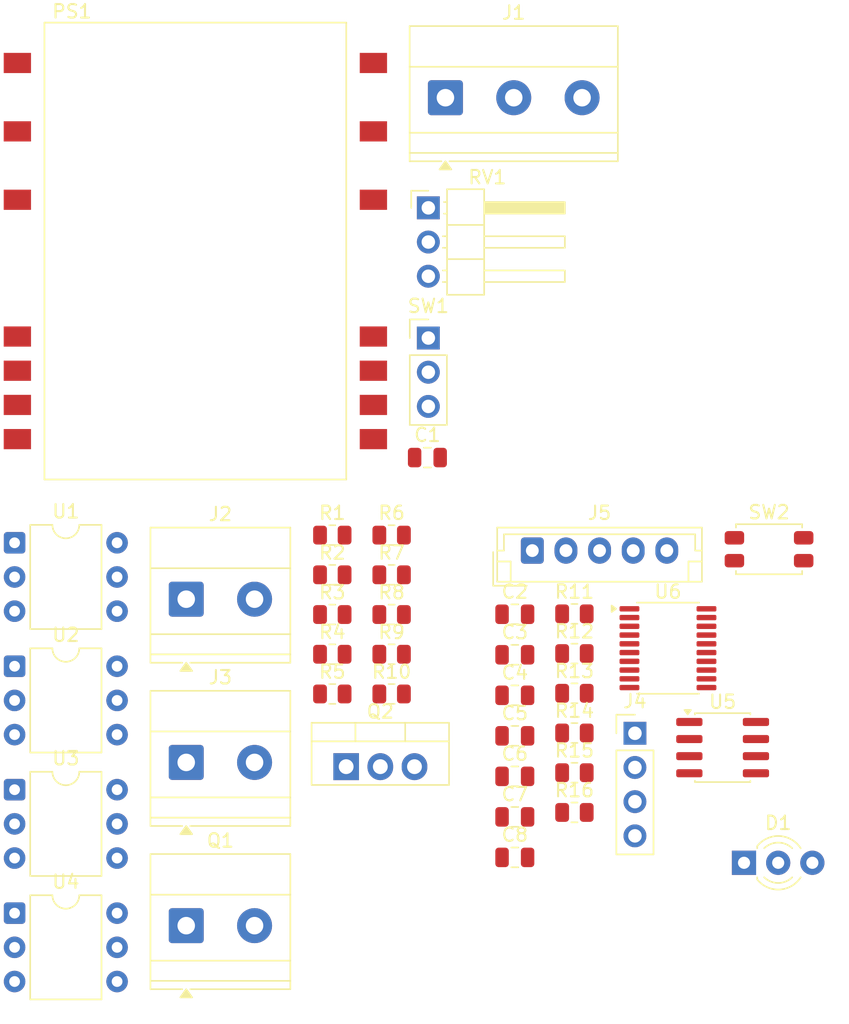
<source format=kicad_pcb>
(kicad_pcb (version 20241229) (generator "pcbnew") (generator_version "9.0")
  (layers (0 "F.Cu" signal) (2 "B.Cu" signal) (13 "F.Paste" user) (15 "B.Paste" user) (5 "F.SilkS" user "F.Silkscreen") (7 "B.SilkS" user "B.Silkscreen") (1 "F.Mask" user) (3 "B.Mask" user) (25 "Edge.Cuts" user))
  (net 0 "")
  (net 1 "VDD")
  (net 2 "GND")
  (net 3 "Net-(J4-Pin_4)")
  (net 4 "Net-(J4-Pin_1)")
  (net 5 "/mcu/FAN_SETTING")
  (net 6 "/mcu/NRST")
  (net 7 "Net-(D1-A2)")
  (net 8 "Net-(D1-A1)")
  (net 9 "NEUT")
  (net 10 "LINE")
  (net 11 "Net-(J2-Pin_2)")
  (net 12 "Net-(J3-Pin_2)")
  (net 13 "Net-(J4-Pin_3)")
  (net 14 "Net-(J4-Pin_2)")
  (net 15 "Net-(J5-Pin_2)")
  (net 16 "Net-(J5-Pin_3)")
  (net 17 "NEUTRAL")
  (net 18 "Net-(Q2-G)")
  (net 19 "/mcu/TRIAC_1_CTRL")
  (net 20 "Net-(U1-A)")
  (net 21 "Net-(U2-A)")
  (net 22 "/mcu/TRIAC_2_CTRL")
  (net 23 "Net-(U1-MT2)")
  (net 24 "Net-(Q1-G)")
  (net 25 "Net-(U2-MT2)")
  (net 26 "Net-(U3-AC1)")
  (net 27 "Net-(U3-AC2)")
  (net 28 "Net-(U4-AC1)")
  (net 29 "Net-(U4-AC2)")
  (net 30 "/mcu/ZC_1_DETECT")
  (net 31 "/mcu/ZC_2_DETECT")
  (net 32 "Net-(U6-PA4)")
  (net 33 "Net-(U6-PA5)")
  (net 34 "/ON")
  (net 35 "Net-(U6-PB9-BOOT0)")
  (net 36 "/OFF")
  (net 37 "/AUTO")
  (net 38 "+3.3V")
  (net 39 "/mcu/UART_RX")
  (net 40 "/mcu/UART_TX")
  (footprint "Resistor_SMD:R_0805_2012Metric" (layer "F.Cu") (at 70.95 71.11)
    (property "Reference" "R13" (at 0 -1.65 0) (layer "F.SilkS"))
    (property "Value" "10k")
    (fp_line (start -0.227064 -0.735) (end 0.227064 -0.735) (stroke (width 0.12)) (layer "F.SilkS"))
    (fp_line (start -0.227064 0.735) (end 0.227064 0.735) (stroke (width 0.12)) (layer "F.SilkS"))
    (pad "1" smd roundrect (at -0.9125 0) (size 1.025 1.4) (layers "F.Cu" "F.Mask" "F.Paste") (roundrect_rratio 0.243902) (net 34 "/ON"))
    (pad "2" smd roundrect (at 0.9125 0) (size 1.025 1.4) (layers "F.Cu" "F.Mask" "F.Paste") (roundrect_rratio 0.243902) (net 2 "GND"))
  )
  (footprint "TerminalBlock_Phoenix:TerminalBlock_Phoenix_MKDS-1,5-3-5.08_1x03_P5.08mm_Horizontal" (layer "F.Cu") (at 61.36 26.87)
    (property "Reference" "J1" (at 5.08 -6.32 0) (layer "F.SilkS"))
    (property "Value" "Conn_01x03_Pin")
    (fp_line (start -2.66 -5.32) (end 12.82 -5.32) (stroke (width 0.12)) (layer "F.SilkS"))
    (fp_line (start -2.66 -2.3) (end 12.82 -2.3) (stroke (width 0.12)) (layer "F.SilkS"))
    (fp_line (start -2.66 2.6) (end 12.82 2.6) (stroke (width 0.12)) (layer "F.SilkS"))
    (fp_line (start -2.66 4.1) (end 12.82 4.1) (stroke (width 0.12)) (layer "F.SilkS"))
    (fp_line (start -2.66 4.72) (end -2.66 -5.32) (stroke (width 0.12)) (layer "F.SilkS"))
    (fp_line (start -0.3 4.72) (end -2.66 4.72) (stroke (width 0.12)) (layer "F.SilkS"))
    (fp_line (start 12.82 -5.32) (end 12.82 4.72) (stroke (width 0.12)) (layer "F.SilkS"))
    (fp_line (start 12.82 4.72) (end 0.3 4.72) (stroke (width 0.12)) (layer "F.SilkS"))
    (fp_poly (pts (xy 0 4.72) (xy 0.44 5.33) (xy -0.44 5.33)) (stroke (width 0.12)) (fill yes) (layer "F.SilkS"))
    (pad "1" thru_hole roundrect (at 0 0) (size 2.6 2.6) (drill 1.3) (layers "*.Cu" "*.Mask") (roundrect_rratio 0.096154) (net 10 "LINE"))
    (pad "2" thru_hole circle (at 5.08 0) (size 2.6 2.6) (drill 1.3) (layers "*.Cu" "*.Mask") (net 9 "NEUT"))
    (pad "3" thru_hole circle (at 10.16 0) (size 2.6 2.6) (drill 1.3) (layers "*.Cu" "*.Mask") (net 2 "GND"))
  )
  (footprint "Resistor_SMD:R_0805_2012Metric" (layer "F.Cu") (at 70.95 65.21)
    (property "Reference" "R11" (at 0 -1.65 0) (layer "F.SilkS"))
    (property "Value" "150")
    (fp_line (start -0.227064 -0.735) (end 0.227064 -0.735) (stroke (width 0.12)) (layer "F.SilkS"))
    (fp_line (start -0.227064 0.735) (end 0.227064 0.735) (stroke (width 0.12)) (layer "F.SilkS"))
    (pad "1" smd roundrect (at -0.9125 0) (size 1.025 1.4) (layers "F.Cu" "F.Mask" "F.Paste") (roundrect_rratio 0.243902) (net 8 "Net-(D1-A1)"))
    (pad "2" smd roundrect (at 0.9125 0) (size 1.025 1.4) (layers "F.Cu" "F.Mask" "F.Paste") (roundrect_rratio 0.243902) (net 32 "Net-(U6-PA4)"))
  )
  (footprint "Package_SO:SOIC-8_3.9x4.9mm_P1.27mm" (layer "F.Cu") (at 81.97 75.145)
    (property "Reference" "U5" (at 0 -3.4 0) (layer "F.SilkS"))
    (property "Value" "ADuM1201AR")
    (fp_line (start -2.06 -2.56) (end 2.06 -2.56) (stroke (width 0.12)) (layer "F.SilkS"))
    (fp_line (start -2.06 -2.465) (end -2.06 -2.56) (stroke (width 0.12)) (layer "F.SilkS"))
    (fp_line (start -2.06 2.56) (end -2.06 2.465) (stroke (width 0.12)) (layer "F.SilkS"))
    (fp_line (start 2.06 -2.56) (end 2.06 -2.465) (stroke (width 0.12)) (layer "F.SilkS"))
    (fp_line (start 2.06 2.465) (end 2.06 2.56) (stroke (width 0.12)) (layer "F.SilkS"))
    (fp_line (start 2.06 2.56) (end -2.06 2.56) (stroke (width 0.12)) (layer "F.SilkS"))
    (fp_poly (pts (xy -2.6 -2.47) (xy -2.84 -2.8) (xy -2.36 -2.8)) (stroke (width 0.12)) (fill yes) (layer "F.SilkS"))
    (pad "1" smd roundrect (at -2.475 -1.905) (size 1.95 0.6) (layers "F.Cu" "F.Mask" "F.Paste") (net 4 "Net-(J4-Pin_1)"))
    (pad "2" smd roundrect (at -2.475 -0.635) (size 1.95 0.6) (layers "F.Cu" "F.Mask" "F.Paste") (net 14 "Net-(J4-Pin_2)"))
    (pad "3" smd roundrect (at -2.475 0.635) (size 1.95 0.6) (layers "F.Cu" "F.Mask" "F.Paste") (net 13 "Net-(J4-Pin_3)"))
    (pad "4" smd roundrect (at -2.475 1.905) (size 1.95 0.6) (layers "F.Cu" "F.Mask" "F.Paste") (net 3 "Net-(J4-Pin_4)"))
    (pad "5" smd roundrect (at 2.475 1.905) (size 1.95 0.6) (layers "F.Cu" "F.Mask" "F.Paste") (net 2 "GND"))
    (pad "6" smd roundrect (at 2.475 0.635) (size 1.95 0.6) (layers "F.Cu" "F.Mask" "F.Paste") (net 39 "/mcu/UART_RX"))
    (pad "7" smd roundrect (at 2.475 -0.635) (size 1.95 0.6) (layers "F.Cu" "F.Mask" "F.Paste") (net 40 "/mcu/UART_TX"))
    (pad "8" smd roundrect (at 2.475 -1.905) (size 1.95 0.6) (layers "F.Cu" "F.Mask" "F.Paste") (net 1 "VDD"))
  )
  (footprint "Capacitor_SMD:C_0805_2012Metric" (layer "F.Cu") (at 66.52 68.25)
    (property "Reference" "C3" (at 0 -1.68 0) (layer "F.SilkS"))
    (property "Value" "100nF")
    (fp_line (start -0.261252 -0.735) (end 0.261252 -0.735) (stroke (width 0.12)) (layer "F.SilkS"))
    (fp_line (start -0.261252 0.735) (end 0.261252 0.735) (stroke (width 0.12)) (layer "F.SilkS"))
    (pad "1" smd roundrect (at -0.95 0) (size 1 1.45) (layers "F.Cu" "F.Mask" "F.Paste") (net 5 "/mcu/FAN_SETTING"))
    (pad "2" smd roundrect (at 0.95 0) (size 1 1.45) (layers "F.Cu" "F.Mask" "F.Paste") (net 2 "GND"))
  )
  (footprint "Capacitor_SMD:C_0805_2012Metric" (layer "F.Cu") (at 66.52 74.27)
    (property "Reference" "C5" (at 0 -1.68 0) (layer "F.SilkS"))
    (property "Value" "4.7uF")
    (fp_line (start -0.261252 -0.735) (end 0.261252 -0.735) (stroke (width 0.12)) (layer "F.SilkS"))
    (fp_line (start -0.261252 0.735) (end 0.261252 0.735) (stroke (width 0.12)) (layer "F.SilkS"))
    (pad "1" smd roundrect (at -0.95 0) (size 1 1.45) (layers "F.Cu" "F.Mask" "F.Paste") (net 1 "VDD"))
    (pad "2" smd roundrect (at 0.95 0) (size 1 1.45) (layers "F.Cu" "F.Mask" "F.Paste") (net 2 "GND"))
  )
  (footprint "Resistor_SMD:R_0805_2012Metric" (layer "F.Cu") (at 70.95 79.96)
    (property "Reference" "R16" (at 0 -1.65 0) (layer "F.SilkS"))
    (property "Value" "10k")
    (fp_line (start -0.227064 -0.735) (end 0.227064 -0.735) (stroke (width 0.12)) (layer "F.SilkS"))
    (fp_line (start -0.227064 0.735) (end 0.227064 0.735) (stroke (width 0.12)) (layer "F.SilkS"))
    (pad "1" smd roundrect (at -0.9125 0) (size 1.025 1.4) (layers "F.Cu" "F.Mask" "F.Paste") (roundrect_rratio 0.243902) (net 37 "/AUTO"))
    (pad "2" smd roundrect (at 0.9125 0) (size 1.025 1.4) (layers "F.Cu" "F.Mask" "F.Paste") (roundrect_rratio 0.243902) (net 2 "GND"))
  )
  (footprint "Package_DIP:DIP-6_W7.62mm" (layer "F.Cu") (at 29.33 78.27)
    (property "Reference" "U3" (at 3.81 -2.33 0) (layer "F.SilkS"))
    (property "Value" "H11AA1")
    (fp_line (start 1.16 -1.33) (end 1.16 6.41) (stroke (width 0.12)) (layer "F.SilkS"))
    (fp_line (start 1.16 6.41) (end 6.46 6.41) (stroke (width 0.12)) (layer "F.SilkS"))
    (fp_line (start 2.81 -1.33) (end 1.16 -1.33) (stroke (width 0.12)) (layer "F.SilkS"))
    (fp_line (start 6.46 -1.33) (end 4.81 -1.33) (stroke (width 0.12)) (layer "F.SilkS"))
    (fp_line (start 6.46 6.41) (end 6.46 -1.33) (stroke (width 0.12)) (layer "F.SilkS"))
    (fp_arc (start 4.81 -1.33) (mid 3.81 -0.33) (end 2.81 -1.33) (stroke (width 0.12)) (layer "F.SilkS"))
    (pad "1" thru_hole roundrect (at 0 0) (size 1.6 1.6) (drill 0.8) (layers "*.Cu" "*.Mask") (roundrect_rratio 0.15625) (net 26 "Net-(U3-AC1)"))
    (pad "2" thru_hole circle (at 0 2.54) (size 1.6 1.6) (drill 0.8) (layers "*.Cu" "*.Mask") (net 27 "Net-(U3-AC2)"))
    (pad "3" thru_hole circle (at 0 5.08) (size 1.6 1.6) (drill 0.8) (layers "*.Cu" "*.Mask"))
    (pad "4" thru_hole circle (at 7.62 5.08) (size 1.6 1.6) (drill 0.8) (layers "*.Cu" "*.Mask") (net 38 "+3.3V"))
    (pad "5" thru_hole circle (at 7.62 2.54) (size 1.6 1.6) (drill 0.8) (layers "*.Cu" "*.Mask") (net 30 "/mcu/ZC_1_DETECT"))
    (pad "6" thru_hole circle (at 7.62 0) (size 1.6 1.6) (drill 0.8) (layers "*.Cu" "*.Mask"))
  )
  (footprint "Resistor_SMD:R_0805_2012Metric" (layer "F.Cu") (at 52.95 59.36)
    (property "Reference" "R1" (at 0 -1.65 0) (layer "F.SilkS"))
    (property "Value" "180")
    (fp_line (start -0.227064 -0.735) (end 0.227064 -0.735) (stroke (width 0.12)) (layer "F.SilkS"))
    (fp_line (start -0.227064 0.735) (end 0.227064 0.735) (stroke (width 0.12)) (layer "F.SilkS"))
    (pad "1" smd roundrect (at -0.9125 0) (size 1.025 1.4) (layers "F.Cu" "F.Mask" "F.Paste") (roundrect_rratio 0.243902) (net 19 "/mcu/TRIAC_1_CTRL"))
    (pad "2" smd roundrect (at 0.9125 0) (size 1.025 1.4) (layers "F.Cu" "F.Mask" "F.Paste") (roundrect_rratio 0.243902) (net 20 "Net-(U1-A)"))
  )
  (footprint "Button_Switch_SMD:SW_SPST_EVQP2_MiddlePushTravel_H2.5mm" (layer "F.Cu") (at 85.42 60.41)
    (property "Reference" "SW2" (at 0 -2.75 0) (layer "F.SilkS"))
    (property "Value" "STM_RESET")
    (fp_line (start -2.46 -1.86) (end -2.46 -1.61) (stroke (width 0.12)) (layer "F.SilkS"))
    (fp_line (start -2.46 1.61) (end -2.46 1.86) (stroke (width 0.12)) (layer "F.SilkS"))
    (fp_line (start -2.46 1.86) (end 2.46 1.86) (stroke (width 0.12)) (layer "F.SilkS"))
    (fp_line (start 2.46 -1.86) (end -2.46 -1.86) (stroke (width 0.12)) (layer "F.SilkS"))
    (fp_line (start 2.46 -1.86) (end 2.46 -1.61) (stroke (width 0.12)) (layer "F.SilkS"))
    (fp_line (start 2.46 1.61) (end 2.46 1.86) (stroke (width 0.12)) (layer "F.SilkS"))
    (pad "1" smd roundrect (at -2.575 -0.85) (size 1.45 1) (layers "F.Cu" "F.Mask" "F.Paste") (net 6 "/mcu/NRST"))
    (pad "1" smd roundrect (at 2.575 -0.85) (size 1.45 1) (layers "F.Cu" "F.Mask" "F.Paste") (net 6 "/mcu/NRST"))
    (pad "2" smd roundrect (at -2.575 0.85) (size 1.45 1) (layers "F.Cu" "F.Mask" "F.Paste") (net 2 "GND"))
    (pad "2" smd roundrect (at 2.575 0.85) (size 1.45 1) (layers "F.Cu" "F.Mask" "F.Paste") (net 2 "GND"))
  )
  (footprint "Resistor_SMD:R_0805_2012Metric" (layer "F.Cu") (at 70.95 68.16)
    (property "Reference" "R12" (at 0 -1.65 0) (layer "F.SilkS"))
    (property "Value" "150")
    (fp_line (start -0.227064 -0.735) (end 0.227064 -0.735) (stroke (width 0.12)) (layer "F.SilkS"))
    (fp_line (start -0.227064 0.735) (end 0.227064 0.735) (stroke (width 0.12)) (layer "F.SilkS"))
    (pad "1" smd roundrect (at -0.9125 0) (size 1.025 1.4) (layers "F.Cu" "F.Mask" "F.Paste") (roundrect_rratio 0.243902) (net 7 "Net-(D1-A2)"))
    (pad "2" smd roundrect (at 0.9125 0) (size 1.025 1.4) (layers "F.Cu" "F.Mask" "F.Paste") (roundrect_rratio 0.243902) (net 33 "Net-(U6-PA5)"))
  )
  (footprint "Resistor_SMD:R_0805_2012Metric" (layer "F.Cu") (at 52.95 71.16)
    (property "Reference" "R5" (at 0 -1.65 0) (layer "F.SilkS"))
    (property "Value" "10k")
    (fp_line (start -0.227064 -0.735) (end 0.227064 -0.735) (stroke (width 0.12)) (layer "F.SilkS"))
    (fp_line (start -0.227064 0.735) (end 0.227064 0.735) (stroke (width 0.12)) (layer "F.SilkS"))
    (pad "1" smd roundrect (at -0.9125 0) (size 1.025 1.4) (layers "F.Cu" "F.Mask" "F.Paste") (roundrect_rratio 0.243902) (net 10 "LINE"))
    (pad "2" smd roundrect (at 0.9125 0) (size 1.025 1.4) (layers "F.Cu" "F.Mask" "F.Paste") (roundrect_rratio 0.243902) (net 26 "Net-(U3-AC1)"))
  )
  (footprint "Package_DIP:DIP-6_W7.62mm" (layer "F.Cu") (at 29.33 69.1)
    (property "Reference" "U2" (at 3.81 -2.33 0) (layer "F.SilkS"))
    (property "Value" "MOC3021")
    (fp_line (start 1.16 -1.33) (end 1.16 6.41) (stroke (width 0.12)) (layer "F.SilkS"))
    (fp_line (start 1.16 6.41) (end 6.46 6.41) (stroke (width 0.12)) (layer "F.SilkS"))
    (fp_line (start 2.81 -1.33) (end 1.16 -1.33) (stroke (width 0.12)) (layer "F.SilkS"))
    (fp_line (start 6.46 -1.33) (end 4.81 -1.33) (stroke (width 0.12)) (layer "F.SilkS"))
    (fp_line (start 6.46 6.41) (end 6.46 -1.33) (stroke (width 0.12)) (layer "F.SilkS"))
    (fp_arc (start 4.81 -1.33) (mid 3.81 -0.33) (end 2.81 -1.33) (stroke (width 0.12)) (layer "F.SilkS"))
    (pad "1" thru_hole roundrect (at 0 0) (size 1.6 1.6) (drill 0.8) (layers "*.Cu" "*.Mask") (roundrect_rratio 0.15625) (net 21 "Net-(U2-A)"))
    (pad "2" thru_hole circle (at 0 2.54) (size 1.6 1.6) (drill 0.8) (layers "*.Cu" "*.Mask") (net 2 "GND"))
    (pad "3" thru_hole circle (at 0 5.08) (size 1.6 1.6) (drill 0.8) (layers "*.Cu" "*.Mask"))
    (pad "4" thru_hole circle (at 7.62 5.08) (size 1.6 1.6) (drill 0.8) (layers "*.Cu" "*.Mask") (net 25 "Net-(U2-MT2)"))
    (pad "5" thru_hole circle (at 7.62 2.54) (size 1.6 1.6) (drill 0.8) (layers "*.Cu" "*.Mask"))
    (pad "6" thru_hole circle (at 7.62 0) (size 1.6 1.6) (drill 0.8) (layers "*.Cu" "*.Mask") (net 17 "NEUTRAL"))
  )
  (footprint "TerminalBlock_Phoenix:TerminalBlock_Phoenix_MKDS-1,5-2-5.08_1x02_P5.08mm_Horizontal" (layer "F.Cu") (at 42.09 88.37)
    (property "Reference" "Q1" (at 2.54 -6.32 0) (layer "F.SilkS"))
    (property "Value" "BTA16-600SW3G")
    (fp_line (start -2.66 -5.32) (end 7.74 -5.32) (stroke (width 0.12)) (layer "F.SilkS"))
    (fp_line (start -2.66 -2.3) (end 7.74 -2.3) (stroke (width 0.12)) (layer "F.SilkS"))
    (fp_line (start -2.66 2.6) (end 7.74 2.6) (stroke (width 0.12)) (layer "F.SilkS"))
    (fp_line (start -2.66 4.1) (end 7.74 4.1) (stroke (width 0.12)) (layer "F.SilkS"))
    (fp_line (start -2.66 4.72) (end -2.66 -5.32) (stroke (width 0.12)) (layer "F.SilkS"))
    (fp_line (start -0.3 4.72) (end -2.66 4.72) (stroke (width 0.12)) (layer "F.SilkS"))
    (fp_line (start 7.74 -5.32) (end 7.74 4.72) (stroke (width 0.12)) (layer "F.SilkS"))
    (fp_line (start 7.74 4.72) (end 0.3 4.72) (stroke (width 0.12)) (layer "F.SilkS"))
    (fp_poly (pts (xy 0 4.72) (xy 0.44 5.33) (xy -0.44 5.33)) (stroke (width 0.12)) (fill yes) (layer "F.SilkS"))
    (pad "1" thru_hole roundrect (at 0 0) (size 2.6 2.6) (drill 1.3) (layers "*.Cu" "*.Mask") (roundrect_rratio 0.096154) (net 11 "Net-(J2-Pin_2)"))
    (pad "2" thru_hole circle (at 5.08 0) (size 2.6 2.6) (drill 1.3) (layers "*.Cu" "*.Mask") (net 17 "NEUTRAL"))
  )
  (footprint "Package_DIP:DIP-6_W7.62mm" (layer "F.Cu") (at 29.33 87.44)
    (property "Reference" "U4" (at 3.81 -2.33 0) (layer "F.SilkS"))
    (property "Value" "H11AA1")
    (fp_line (start 1.16 -1.33) (end 1.16 6.41) (stroke (width 0.12)) (layer "F.SilkS"))
    (fp_line (start 1.16 6.41) (end 6.46 6.41) (stroke (width 0.12)) (layer "F.SilkS"))
    (fp_line (start 2.81 -1.33) (end 1.16 -1.33) (stroke (width 0.12)) (layer "F.SilkS"))
    (fp_line (start 6.46 -1.33) (end 4.81 -1.33) (stroke (width 0.12)) (layer "F.SilkS"))
    (fp_line (start 6.46 6.41) (end 6.46 -1.33) (stroke (width 0.12)) (layer "F.SilkS"))
    (fp_arc (start 4.81 -1.33) (mid 3.81 -0.33) (end 2.81 -1.33) (stroke (width 0.12)) (layer "F.SilkS"))
    (pad "1" thru_hole roundrect (at 0 0) (size 1.6 1.6) (drill 0.8) (layers "*.Cu" "*.Mask") (roundrect_rratio 0.15625) (net 28 "Net-(U4-AC1)"))
    (pad "2" thru_hole circle (at 0 2.54) (size 1.6 1.6) (drill 0.8) (layers "*.Cu" "*.Mask") (net 29 "Net-(U4-AC2)"))
    (pad "3" thru_hole circle (at 0 5.08) (size 1.6 1.6) (drill 0.8) (layers "*.Cu" "*.Mask"))
    (pad "4" thru_hole circle (at 7.62 5.08) (size 1.6 1.6) (drill 0.8) (layers "*.Cu" "*.Mask") (net 38 "+3.3V"))
    (pad "5" thru_hole circle (at 7.62 2.54) (size 1.6 1.6) (drill 0.8) (layers "*.Cu" "*.Mask") (net 31 "/mcu/ZC_2_DETECT"))
    (pad "6" thru_hole circle (at 7.62 0) (size 1.6 1.6) (drill 0.8) (layers "*.Cu" "*.Mask"))
  )
  (footprint "Package_SO:TSSOP-20_4.4x6.5mm_P0.65mm" (layer "F.Cu") (at 77.905 67.76)
    (property "Reference" "U6" (at 0 -4.2 0) (layer "F.SilkS"))
    (property "Value" "STM32L031F6P6TR")
    (fp_line (start -2.31 -3.385) (end 2.31 -3.385) (stroke (width 0.12)) (layer "F.SilkS"))
    (fp_line (start 2.31 3.385) (end -2.31 3.385) (stroke (width 0.12)) (layer "F.SilkS"))
    (fp_poly (pts (xy -3.86 -2.93) (xy -4.19 -2.69) (xy -4.19 -3.17)) (stroke (width 0.12)) (fill yes) (layer "F.SilkS"))
    (pad "1" smd roundrect (at -2.8625 -2.925) (size 1.475 0.4) (layers "F.Cu" "F.Mask" "F.Paste") (net 35 "Net-(U6-PB9-BOOT0)"))
    (pad "2" smd roundrect (at -2.8625 -2.275) (size 1.475 0.4) (layers "F.Cu" "F.Mask" "F.Paste") (net 36 "/OFF"))
    (pad "3" smd roundrect (at -2.8625 -1.625) (size 1.475 0.4) (layers "F.Cu" "F.Mask" "F.Paste") (net 37 "/AUTO"))
    (pad "4" smd roundrect (at -2.8625 -0.975) (size 1.475 0.4) (layers "F.Cu" "F.Mask" "F.Paste") (net 6 "/mcu/NRST"))
    (pad "5" smd roundrect (at -2.8625 -0.325) (size 1.475 0.4) (layers "F.Cu" "F.Mask" "F.Paste") (net 1 "VDD"))
    (pad "6" smd roundrect (at -2.8625 0.325) (size 1.475 0.4) (layers "F.Cu" "F.Mask" "F.Paste") (net 19 "/mcu/TRIAC_1_CTRL"))
    (pad "7" smd roundrect (at -2.8625 0.975) (size 1.475 0.4) (layers "F.Cu" "F.Mask" "F.Paste") (net 22 "/mcu/TRIAC_2_CTRL"))
    (pad "8" smd roundrect (at -2.8625 1.625) (size 1.475 0.4) (layers "F.Cu" "F.Mask" "F.Paste") (net 30 "/mcu/ZC_1_DETECT"))
    (pad "9" smd roundrect (at -2.8625 2.275) (size 1.475 0.4) (layers "F.Cu" "F.Mask" "F.Paste") (net 31 "/mcu/ZC_2_DETECT"))
    (pad "10" smd roundrect (at -2.8625 2.925) (size 1.475 0.4) (layers "F.Cu" "F.Mask" "F.Paste") (net 32 "Net-(U6-PA4)"))
    (pad "11" smd roundrect (at 2.8625 2.925) (size 1.475 0.4) (layers "F.Cu" "F.Mask" "F.Paste") (net 33 "Net-(U6-PA5)"))
    (pad "12" smd roundrect (at 2.8625 2.275) (size 1.475 0.4) (layers "F.Cu" "F.Mask" "F.Paste") (net 5 "/mcu/FAN_SETTING"))
    (pad "13" smd roundrect (at 2.8625 1.625) (size 1.475 0.4) (layers "F.Cu" "F.Mask" "F.Paste") (net 34 "/ON"))
    (pad "14" smd roundrect (at 2.8625 0.975) (size 1.475 0.4) (layers "F.Cu" "F.Mask" "F.Paste"))
    (pad "15" smd roundrect (at 2.8625 0.325) (size 1.475 0.4) (layers "F.Cu" "F.Mask" "F.Paste") (net 2 "GND"))
    (pad "16" smd roundrect (at 2.8625 -0.325) (size 1.475 0.4) (layers "F.Cu" "F.Mask" "F.Paste") (net 1 "VDD"))
    (pad "17" smd roundrect (at 2.8625 -0.975) (size 1.475 0.4) (layers "F.Cu" "F.Mask" "F.Paste") (net 40 "/mcu/UART_TX"))
    (pad "18" smd roundrect (at 2.8625 -1.625) (size 1.475 0.4) (layers "F.Cu" "F.Mask" "F.Paste") (net 39 "/mcu/UART_RX"))
    (pad "19" smd roundrect (at 2.8625 -2.275) (size 1.475 0.4) (layers "F.Cu" "F.Mask" "F.Paste") (net 16 "Net-(J5-Pin_3)"))
    (pad "20" smd roundrect (at 2.8625 -2.925) (size 1.475 0.4) (layers "F.Cu" "F.Mask" "F.Paste") (net 15 "Net-(J5-Pin_2)"))
  )
  (footprint "Resistor_SMD:R_0805_2012Metric" (layer "F.Cu") (at 52.95 65.26)
    (property "Reference" "R3" (at 0 -1.65 0) (layer "F.SilkS"))
    (property "Value" "330")
    (fp_line (start -0.227064 -0.735) (end 0.227064 -0.735) (stroke (width 0.12)) (layer "F.SilkS"))
    (fp_line (start -0.227064 0.735) (end 0.227064 0.735) (stroke (width 0.12)) (layer "F.SilkS"))
    (pad "1" smd roundrect (at -0.9125 0) (size 1.025 1.4) (layers "F.Cu" "F.Mask" "F.Paste") (roundrect_rratio 0.243902) (net 23 "Net-(U1-MT2)"))
    (pad "2" smd roundrect (at 0.9125 0) (size 1.025 1.4) (layers "F.Cu" "F.Mask" "F.Paste") (roundrect_rratio 0.243902) (net 24 "Net-(Q1-G)"))
  )
  (footprint "Resistor_SMD:R_0805_2012Metric" (layer "F.Cu") (at 57.36 68.21)
    (property "Reference" "R9" (at 0 -1.65 0) (layer "F.SilkS"))
    (property "Value" "10k")
    (fp_line (start -0.227064 -0.735) (end 0.227064 -0.735) (stroke (width 0.12)) (layer "F.SilkS"))
    (fp_line (start -0.227064 0.735) (end 0.227064 0.735) (stroke (width 0.12)) (layer "F.SilkS"))
    (pad "1" smd roundrect (at -0.9125 0) (size 1.025 1.4) (layers "F.Cu" "F.Mask" "F.Paste") (roundrect_rratio 0.243902) (net 30 "/mcu/ZC_1_DETECT"))
    (pad "2" smd roundrect (at 0.9125 0) (size 1.025 1.4) (layers "F.Cu" "F.Mask" "F.Paste") (roundrect_rratio 0.243902) (net 2 "GND"))
  )
  (footprint "Connector_PinHeader_2.54mm:PinHeader_1x03_P2.54mm_Vertical" (layer "F.Cu") (at 60.09 44.72)
    (property "Reference" "SW1" (at 0 -2.38 0) (layer "F.SilkS"))
    (property "Value" "SW_Rotary_1x3_MP")
    (fp_line (start -1.38 -1.38) (end 0 -1.38) (stroke (width 0.12)) (layer "F.SilkS"))
    (fp_line (start -1.38 0) (end -1.38 -1.38) (stroke (width 0.12)) (layer "F.SilkS"))
    (fp_line (start -1.38 1.27) (end -1.38 6.46) (stroke (width 0.12)) (layer "F.SilkS"))
    (fp_line (start -1.38 1.27) (end 1.38 1.27) (stroke (width 0.12)) (layer "F.SilkS"))
    (fp_line (start -1.38 6.46) (end 1.38 6.46) (stroke (width 0.12)) (layer "F.SilkS"))
    (fp_line (start 1.38 1.27) (end 1.38 6.46) (stroke (width 0.12)) (layer "F.SilkS"))
    (pad "1" thru_hole rect (at 0 0) (size 1.7 1.7) (drill 1) (layers "*.Cu" "*.Mask") (net 36 "/OFF"))
    (pad "2" thru_hole circle (at 0 2.54) (size 1.7 1.7) (drill 1) (layers "*.Cu" "*.Mask") (net 34 "/ON"))
    (pad "3" thru_hole circle (at 0 5.08) (size 1.7 1.7) (drill 1) (layers "*.Cu" "*.Mask") (net 37 "/AUTO"))
  )
  (footprint "Package_TO_SOT_THT:TO-220-3_Vertical" (layer "F.Cu") (at 53.98 76.56)
    (property "Reference" "Q2" (at 2.54 -4.1 0) (layer "F.SilkS"))
    (property "Value" "BTA16-600SW3G")
    (fp_line (start -2.57 -3.26) (end 7.65 -3.26) (stroke (width 0.12)) (layer "F.SilkS"))
    (fp_line (start -2.57 -1.88) (end 7.65 -1.88) (stroke (width 0.12)) (layer "F.SilkS"))
    (fp_line (start -2.57 1.36) (end -2.57 -3.26) (stroke (width 0.12)) (layer "F.SilkS"))
    (fp_line (start 0.69 -3.26) (end 0.69 -1.88) (stroke (width 0.12)) (layer "F.SilkS"))
    (fp_line (start 4.39 -3.26) (end 4.39 -1.88) (stroke (width 0.12)) (layer "F.SilkS"))
    (fp_line (start 7.65 -3.26) (end 7.65 1.36) (stroke (width 0.12)) (layer "F.SilkS"))
    (fp_line (start 7.65 1.36) (end -2.57 1.36) (stroke (width 0.12)) (layer "F.SilkS"))
    (pad "1" thru_hole rect (at 0 0) (size 1.905 2) (drill 1.1) (layers "*.Cu" "*.Mask") (net 12 "Net-(J3-Pin_2)"))
    (pad "2" thru_hole oval (at 2.54 0) (size 1.905 2) (drill 1.1) (layers "*.Cu" "*.Mask") (net 17 "NEUTRAL"))
    (pad "3" thru_hole oval (at 5.08 0) (size 1.905 2) (drill 1.1) (layers "*.Cu" "*.Mask") (net 18 "Net-(Q2-G)"))
  )
  (footprint "Capacitor_SMD:C_0805_2012Metric" (layer "F.Cu") (at 66.52 83.3)
    (property "Reference" "C8" (at 0 -1.68 0) (layer "F.SilkS"))
    (property "Value" "100nF")
    (fp_line (start -0.261252 -0.735) (end 0.261252 -0.735) (stroke (width 0.12)) (layer "F.SilkS"))
    (fp_line (start -0.261252 0.735) (end 0.261252 0.735) (stroke (width 0.12)) (layer "F.SilkS"))
    (pad "1" smd roundrect (at -0.95 0) (size 1 1.45) (layers "F.Cu" "F.Mask" "F.Paste") (net 2 "GND"))
    (pad "2" smd roundrect (at 0.95 0) (size 1 1.45) (layers "F.Cu" "F.Mask" "F.Paste") (net 6 "/mcu/NRST"))
  )
  (footprint "Connector_PinHeader_2.54mm:PinHeader_1x03_P2.54mm_Horizontal" (layer "F.Cu") (at 60.09 35.05)
    (property "Reference" "RV1" (at 4.385 -2.27 0) (layer "F.SilkS"))
    (property "Value" "R_Potentiometer_US")
    (fp_line (start -1.27 -1.27) (end 0 -1.27) (stroke (width 0.12)) (layer "F.SilkS"))
    (fp_line (start -1.27 0) (end -1.27 -1.27) (stroke (width 0.12)) (layer "F.SilkS"))
    (fp_line (start 1.077358 2.11) (end 1.39 2.11) (stroke (width 0.12)) (layer "F.SilkS"))
    (fp_line (start 1.077358 2.97) (end 1.39 2.97) (stroke (width 0.12)) (layer "F.SilkS"))
    (fp_line (start 1.077358 4.65) (end 1.39 4.65) (stroke (width 0.12)) (layer "F.SilkS"))
    (fp_line (start 1.077358 5.51) (end 1.39 5.51) (stroke (width 0.12)) (layer "F.SilkS"))
    (fp_line (start 1.16 -0.43) (end 1.39 -0.43) (stroke (width 0.12)) (layer "F.SilkS"))
    (fp_line (start 1.16 0.43) (end 1.39 0.43) (stroke (width 0.12)) (layer "F.SilkS"))
    (fp_line (start 1.39 -1.38) (end 1.39 6.46) (stroke (width 0.12)) (layer "F.SilkS"))
    (fp_line (start 1.39 1.27) (end 4.15 1.27) (stroke (width 0.12)) (layer "F.SilkS"))
    (fp_line (start 1.39 3.81) (end 4.15 3.81) (stroke (width 0.12)) (layer "F.SilkS"))
    (fp_line (start 1.39 6.46) (end 4.15 6.46) (stroke (width 0.12)) (layer "F.SilkS"))
    (fp_line (start 4.15 -1.38) (end 1.39 -1.38) (stroke (width 0.12)) (layer "F.SilkS"))
    (fp_line (start 4.15 2.11) (end 10.15 2.11) (stroke (width 0.12)) (layer "F.SilkS"))
    (fp_line (start 4.15 4.65) (end 10.15 4.65) (stroke (width 0.12)) (layer "F.SilkS"))
    (fp_line (start 4.15 6.46) (end 4.15 -1.38) (stroke (width 0.12)) (layer "F.SilkS"))
    (fp_line (start 10.15 2.11) (end 10.15 2.97) (stroke (width 0.12)) (layer "F.SilkS"))
    (fp_line (start 10.15 2.97) (end 4.15 2.97) (stroke (width 0.12)) (layer "F.SilkS"))
    (fp_line (start 10.15 4.65) (end 10.15 5.51) (stroke (width 0.12)) (layer "F.SilkS"))
    (fp_line (start 10.15 5.51) (end 4.15 5.51) (stroke (width 0.12)) (layer "F.SilkS"))
    (fp_rect (start 4.15 -0.43) (end 10.15 0.43) (stroke (width 0.12)) (fill yes) (layer "F.SilkS"))
    (pad "1" thru_hole rect (at 0 0) (size 1.7 1.7) (drill 1) (layers "*.Cu" "*.Mask") (net 1 "VDD"))
    (pad "2" thru_hole circle (at 0 2.54) (size 1.7 1.7) (drill 1) (layers "*.Cu" "*.Mask") (net 5 "/mcu/FAN_SETTING"))
    (pad "3" thru_hole circle (at 0 5.08) (size 1.7 1.7) (drill 1) (layers "*.Cu" "*.Mask") (net 2 "GND"))
  )
  (footprint "LED_THT:LED_D3.0mm-3" (layer "F.Cu") (at 83.56 83.7)
    (property "Reference" "D1" (at 2.54 -2.96 0) (layer "F.SilkS"))
    (property "Value" "LED_Dual_AKA")
    (fp_line (start 0.98 -1.236) (end 0.98 -1.08) (stroke (width 0.12)) (layer "F.SilkS"))
    (fp_line (start 0.98 1.08) (end 0.98 1.236) (stroke (width 0.12)) (layer "F.SilkS"))
    (fp_arc (start 0.98 -1.235516) (mid 2.63566 -1.987699) (end 4.211437 -1.08) (stroke (width 0.12)) (layer "F.SilkS"))
    (fp_arc (start 1.499039 -1.08) (mid 2.54 -1.5) (end 3.580961 -1.08) (stroke (width 0.12)) (layer "F.SilkS"))
    (fp_arc (start 3.580961 1.08) (mid 2.54 1.5) (end 1.499039 1.08) (stroke (width 0.12)) (layer "F.SilkS"))
    (fp_arc (start 4.211437 1.08) (mid 2.63566 1.987699) (end 0.98 1.235516) (stroke (width 0.12)) (layer "F.SilkS"))
    (pad "1" thru_hole rect (at 0 0) (size 1.8 1.8) (drill 0.9) (layers "*.Cu" "*.Mask") (net 8 "Net-(D1-A1)"))
    (pad "2" thru_hole circle (at 2.54 0) (size 1.8 1.8) (drill 0.9) (layers "*.Cu" "*.Mask") (net 2 "GND"))
    (pad "3" thru_hole circle (at 5.08 0) (size 1.8 1.8) (drill 0.9) (layers "*.Cu" "*.Mask") (net 7 "Net-(D1-A2)"))
  )
  (footprint "Capacitor_SMD:C_0805_2012Metric" (layer "F.Cu") (at 60.02 53.6)
    (property "Reference" "C1" (at 0 -1.68 0) (layer "F.SilkS"))
    (property "Value" "10uF")
    (fp_line (start -0.261252 -0.735) (end 0.261252 -0.735) (stroke (width 0.12)) (layer "F.SilkS"))
    (fp_line (start -0.261252 0.735) (end 0.261252 0.735) (stroke (width 0.12)) (layer "F.SilkS"))
    (pad "1" smd roundrect (at -0.95 0) (size 1 1.45) (layers "F.Cu" "F.Mask" "F.Paste") (net 1 "VDD"))
    (pad "2" smd roundrect (at 0.95 0) (size 1 1.45) (layers "F.Cu" "F.Mask" "F.Paste") (net 2 "GND"))
  )
  (footprint "Capacitor_SMD:C_0805_2012Metric" (layer "F.Cu") (at 66.52 65.24)
    (property "Reference" "C2" (at 0 -1.68 0) (layer "F.SilkS"))
    (property "Value" "100nF")
    (fp_line (start -0.261252 -0.735) (end 0.261252 -0.735) (stroke (width 0.12)) (layer "F.SilkS"))
    (fp_line (start -0.261252 0.735) (end 0.261252 0.735) (stroke (width 0.12)) (layer "F.SilkS"))
    (pad "1" smd roundrect (at -0.95 0) (size 1 1.45) (layers "F.Cu" "F.Mask" "F.Paste") (net 4 "Net-(J4-Pin_1)"))
    (pad "2" smd roundrect (at 0.95 0) (size 1 1.45) (layers "F.Cu" "F.Mask" "F.Paste") (net 3 "Net-(J4-Pin_4)"))
  )
  (footprint "Resistor_SMD:R_0805_2012Metric" (layer "F.Cu") (at 52.95 68.21)
    (property "Reference" "R4" (at 0 -1.65 0) (layer "F.SilkS"))
    (property "Value" "330")
    (fp_line (start -0.227064 -0.735) (end 0.227064 -0.735) (stroke (width 0.12)) (layer "F.SilkS"))
    (fp_line (start -0.227064 0.735) (end 0.227064 0.735) (stroke (width 0.12)) (layer "F.SilkS"))
    (pad "1" smd roundrect (at -0.9125 0) (size 1.025 1.4) (layers "F.Cu" "F.Mask" "F.Paste") (roundrect_rratio 0.243902) (net 25 "Net-(U2-MT2)"))
    (pad "2" smd roundrect (at 0.9125 0) (size 1.025 1.4) (layers "F.Cu" "F.Mask" "F.Paste") (roundrect_rratio 0.243902) (net 18 "Net-(Q2-G)"))
  )
  (footprint "Converter_ACDC:Converter_ACDC_MeanWell_IRM-02-xx_SMD" (layer "F.Cu") (at 42.77 38.26)
    (property "Reference" "PS1" (at -9.18 -17.8 0) (layer "F.SilkS"))
    (property "Value" "IRM-02-3.3S")
    (fp_line (start -11.22 -16.97) (end 11.22 -16.97) (stroke (width 0.12)) (layer "F.SilkS"))
    (fp_line (start -11.22 16.97) (end -11.22 -16.97) (stroke (width 0.12)) (layer "F.SilkS"))
    (fp_line (start 11.22 -16.97) (end 11.22 16.97) (stroke (width 0.12)) (layer "F.SilkS"))
    (fp_line (start 11.22 16.97) (end -11.22 16.97) (stroke (width 0.12)) (layer "F.SilkS"))
    (pad "1" smd rect (at -13.235 -13.97 270) (size 1.5 2.03) (layers "F.Cu" "F.Mask" "F.Paste") (net 10 "LINE"))
    (pad "3" smd rect (at -13.235 -8.89 270) (size 1.5 2.03) (layers "F.Cu" "F.Mask" "F.Paste"))
    (pad "5" smd rect (at -13.235 -3.81 270) (size 1.5 2.03) (layers "F.Cu" "F.Mask" "F.Paste"))
    (pad "9" smd rect (at -13.235 6.35 270) (size 1.5 2.03) (layers "F.Cu" "F.Mask" "F.Paste"))
    (pad "10" smd rect (at -13.235 8.89 270) (size 1.5 2.03) (layers "F.Cu" "F.Mask" "F.Paste"))
    (pad "11" smd rect (at -13.235 11.43 270) (size 1.5 2.03) (layers "F.Cu" "F.Mask" "F.Paste"))
    (pad "12" smd rect (at -13.235 13.97 270) (size 1.5 2.03) (layers "F.Cu" "F.Mask" "F.Paste") (net 1 "VDD"))
    (pad "13" smd rect (at 13.235 13.97 270) (size 1.5 2.03) (layers "F.Cu" "F.Mask" "F.Paste") (net 2 "GND"))
    (pad "14" smd rect (at 13.235 11.43 270) (size 1.5 2.03) (layers "F.Cu" "F.Mask" "F.Paste"))
    (pad "15" smd rect (at 13.235 8.89 270) (size 1.5 2.03) (layers "F.Cu" "F.Mask" "F.Paste"))
    (pad "16" smd rect (at 13.235 6.35 270) (size 1.5 2.03) (layers "F.Cu" "F.Mask" "F.Paste"))
    (pad "20" smd rect (at 13.235 -3.81 270) (size 1.5 2.03) (layers "F.Cu" "F.Mask" "F.Paste"))
    (pad "22" smd rect (at 13.235 -8.89 270) (size 1.5 2.03) (layers "F.Cu" "F.Mask" "F.Paste"))
    (pad "24" smd rect (at 13.235 -13.97 270) (size 1.5 2.03) (layers "F.Cu" "F.Mask" "F.Paste") (net 9 "NEUT"))
  )
  (footprint "Resistor_SMD:R_0805_2012Metric" (layer "F.Cu") (at 57.36 65.26)
    (property "Reference" "R8" (at 0 -1.65 0) (layer "F.SilkS"))
    (property "Value" "10k")
    (fp_line (start -0.227064 -0.735) (end 0.227064 -0.735) (stroke (width 0.12)) (layer "F.SilkS"))
    (fp_line (start -0.227064 0.735) (end 0.227064 0.735) (stroke (width 0.12)) (layer "F.SilkS"))
    (pad "1" smd roundrect (at -0.9125 0) (size 1.025 1.4) (layers "F.Cu" "F.Mask" "F.Paste") (roundrect_rratio 0.243902) (net 17 "NEUTRAL"))
    (pad "2" smd roundrect (at 0.9125 0) (size 1.025 1.4) (layers "F.Cu" "F.Mask" "F.Paste") (roundrect_rratio 0.243902) (net 29 "Net-(U4-AC2)"))
  )
  (footprint "TerminalBlock_Phoenix:TerminalBlock_Phoenix_MKDS-1,5-2-5.08_1x02_P5.08mm_Horizontal" (layer "F.Cu") (at 42.09 76.245)
    (property "Reference" "J3" (at 2.54 -6.32 0) (layer "F.SilkS"))
    (property "Value" "FAN_2")
    (fp_line (start -2.66 -5.32) (end 7.74 -5.32) (stroke (width 0.12)) (layer "F.SilkS"))
    (fp_line (start -2.66 -2.3) (end 7.74 -2.3) (stroke (width 0.12)) (layer "F.SilkS"))
    (fp_line (start -2.66 2.6) (end 7.74 2.6) (stroke (width 0.12)) (layer "F.SilkS"))
    (fp_line (start -2.66 4.1) (end 7.74 4.1) (stroke (width 0.12)) (layer "F.SilkS"))
    (fp_line (start -2.66 4.72) (end -2.66 -5.32) (stroke (width 0.12)) (layer "F.SilkS"))
    (fp_line (start -0.3 4.72) (end -2.66 4.72) (stroke (width 0.12)) (layer "F.SilkS"))
    (fp_line (start 7.74 -5.32) (end 7.74 4.72) (stroke (width 0.12)) (layer "F.SilkS"))
    (fp_line (start 7.74 4.72) (end 0.3 4.72) (stroke (width 0.12)) (layer "F.SilkS"))
    (fp_poly (pts (xy 0 4.72) (xy 0.44 5.33) (xy -0.44 5.33)) (stroke (width 0.12)) (fill yes) (layer "F.SilkS"))
    (pad "1" thru_hole roundrect (at 0 0) (size 2.6 2.6) (drill 1.3) (layers "*.Cu" "*.Mask") (roundrect_rratio 0.096154) (net 10 "LINE"))
    (pad "2" thru_hole circle (at 5.08 0) (size 2.6 2.6) (drill 1.3) (layers "*.Cu" "*.Mask") (net 12 "Net-(J3-Pin_2)"))
  )
  (footprint "Capacitor_SMD:C_0805_2012Metric" (layer "F.Cu") (at 66.52 71.26)
    (property "Reference" "C4" (at 0 -1.68 0) (layer "F.SilkS"))
    (property "Value" "100nF")
    (fp_line (start -0.261252 -0.735) (end 0.261252 -0.735) (stroke (width 0.12)) (layer "F.SilkS"))
    (fp_line (start -0.261252 0.735) (end 0.261252 0.735) (stroke (width 0.12)) (layer "F.SilkS"))
    (pad "1" smd roundrect (at -0.95 0) (size 1 1.45) (layers "F.Cu" "F.Mask" "F.Paste") (net 1 "VDD"))
    (pad "2" smd roundrect (at 0.95 0) (size 1 1.45) (layers "F.Cu" "F.Mask" "F.Paste") (net 2 "GND"))
  )
  (footprint "Package_DIP:DIP-6_W7.62mm" (layer "F.Cu") (at 29.33 59.93)
    (property "Reference" "U1" (at 3.81 -2.33 0) (layer "F.SilkS"))
    (property "Value" "MOC3021")
    (fp_line (start 1.16 -1.33) (end 1.16 6.41) (stroke (width 0.12)) (layer "F.SilkS"))
    (fp_line (start 1.16 6.41) (end 6.46 6.41) (stroke (width 0.12)) (layer "F.SilkS"))
    (fp_line (start 2.81 -1.33) (end 1.16 -1.33) (stroke (width 0.12)) (layer "F.SilkS"))
    (fp_line (start 6.46 -1.33) (end 4.81 -1.33) (stroke (width 0.12)) (layer "F.SilkS"))
    (fp_line (start 6.46 6.41) (end 6.46 -1.33) (stroke (width 0.12)) (layer "F.SilkS"))
    (fp_arc (start 4.81 -1.33) (mid 3.81 -0.33) (end 2.81 -1.33) (stroke (width 0.12)) (layer "F.SilkS"))
    (pad "1" thru_hole roundrect (at 0 0) (size 1.6 1.6) (drill 0.8) (layers "*.Cu" "*.Mask") (roundrect_rratio 0.15625) (net 20 "Net-(U1-A)"))
    (pad "2" thru_hole circle (at 0 2.54) (size 1.6 1.6) (drill 0.8) (layers "*.Cu" "*.Mask") (net 2 "GND"))
    (pad "3" thru_hole circle (at 0 5.08) (size 1.6 1.6) (drill 0.8) (layers "*.Cu" "*.Mask"))
    (pad "4" thru_hole circle (at 7.62 5.08) (size 1.6 1.6) (drill 0.8) (layers "*.Cu" "*.Mask") (net 23 "Net-(U1-MT2)"))
    (pad "5" thru_hole circle (at 7.62 2.54) (size 1.6 1.6) (drill 0.8) (layers "*.Cu" "*.Mask"))
    (pad "6" thru_hole circle (at 7.62 0) (size 1.6 1.6) (drill 0.8) (layers "*.Cu" "*.Mask") (net 17 "NEUTRAL"))
  )
  (footprint "Connector_JST:JST_EH_B5B-EH-A_1x05_P2.50mm_Vertical" (layer "F.Cu") (at 67.82 60.51)
    (property "Reference" "J5" (at 5 -2.8 0) (layer "F.SilkS"))
    (property "Value" "Conn_01x05_Pin")
    (fp_line (start -2.91 0.11) (end -2.91 2.61) (stroke (width 0.12)) (layer "F.SilkS"))
    (fp_line (start -2.91 2.61) (end -0.41 2.61) (stroke (width 0.12)) (layer "F.SilkS"))
    (fp_line (start -2.61 -1.71) (end -2.61 2.31) (stroke (width 0.12)) (layer "F.SilkS"))
    (fp_line (start -2.61 0) (end -2.11 0) (stroke (width 0.12)) (layer "F.SilkS"))
    (fp_line (start -2.61 0.81) (end -1.61 0.81) (stroke (width 0.12)) (layer "F.SilkS"))
    (fp_line (start -2.61 2.31) (end 12.61 2.31) (stroke (width 0.12)) (layer "F.SilkS"))
    (fp_line (start -2.11 -1.21) (end 12.11 -1.21) (stroke (width 0.12)) (layer "F.SilkS"))
    (fp_line (start -2.11 0) (end -2.11 -1.21) (stroke (width 0.12)) (layer "F.SilkS"))
    (fp_line (start -1.61 0.81) (end -1.61 2.31) (stroke (width 0.12)) (layer "F.SilkS"))
    (fp_line (start 11.61 0.81) (end 11.61 2.31) (stroke (width 0.12)) (layer "F.SilkS"))
    (fp_line (start 12.11 -1.21) (end 12.11 0) (stroke (width 0.12)) (layer "F.SilkS"))
    (fp_line (start 12.11 0) (end 12.61 0) (stroke (width 0.12)) (layer "F.SilkS"))
    (fp_line (start 12.61 -1.71) (end -2.61 -1.71) (stroke (width 0.12)) (layer "F.SilkS"))
    (fp_line (start 12.61 0.81) (end 11.61 0.81) (stroke (width 0.12)) (layer "F.SilkS"))
    (fp_line (start 12.61 2.31) (end 12.61 -1.71) (stroke (width 0.12)) (layer "F.SilkS"))
    (pad "1" thru_hole roundrect (at 0 0) (size 1.7 1.95) (drill 0.95) (layers "*.Cu" "*.Mask") (roundrect_rratio 0.147059) (net 1 "VDD"))
    (pad "2" thru_hole oval (at 2.5 0) (size 1.7 1.95) (drill 0.95) (layers "*.Cu" "*.Mask") (net 15 "Net-(J5-Pin_2)"))
    (pad "3" thru_hole oval (at 5 0) (size 1.7 1.95) (drill 0.95) (layers "*.Cu" "*.Mask") (net 16 "Net-(J5-Pin_3)"))
    (pad "4" thru_hole oval (at 7.5 0) (size 1.7 1.95) (drill 0.95) (layers "*.Cu" "*.Mask") (net 6 "/mcu/NRST"))
    (pad "5" thru_hole oval (at 10 0) (size 1.7 1.95) (drill 0.95) (layers "*.Cu" "*.Mask") (net 2 "GND"))
  )
  (footprint "Resistor_SMD:R_0805_2012Metric" (layer "F.Cu") (at 57.36 62.31)
    (property "Reference" "R7" (at 0 -1.65 0) (layer "F.SilkS"))
    (property "Value" "10k")
    (fp_line (start -0.227064 -0.735) (end 0.227064 -0.735) (stroke (width 0.12)) (layer "F.SilkS"))
    (fp_line (start -0.227064 0.735) (end 0.227064 0.735) (stroke (width 0.12)) (layer "F.SilkS"))
    (pad "1" smd roundrect (at -0.9125 0) (size 1.025 1.4) (layers "F.Cu" "F.Mask" "F.Paste") (roundrect_rratio 0.243902) (net 10 "LINE"))
    (pad "2" smd roundrect (at 0.9125 0) (size 1.025 1.4) (layers "F.Cu" "F.Mask" "F.Paste") (roundrect_rratio 0.243902) (net 28 "Net-(U4-AC1)"))
  )
  (footprint "Resistor_SMD:R_0805_2012Metric" (layer "F.Cu") (at 57.36 71.16)
    (property "Reference" "R10" (at 0 -1.65 0) (layer "F.SilkS"))
    (property "Value" "10k")
    (fp_line (start -0.227064 -0.735) (end 0.227064 -0.735) (stroke (width 0.12)) (layer "F.SilkS"))
    (fp_line (start -0.227064 0.735) (end 0.227064 0.735) (stroke (width 0.12)) (layer "F.SilkS"))
    (pad "1" smd roundrect (at -0.9125 0) (size 1.025 1.4) (layers "F.Cu" "F.Mask" "F.Paste") (roundrect_rratio 0.243902) (net 31 "/mcu/ZC_2_DETECT"))
    (pad "2" smd roundrect (at 0.9125 0) (size 1.025 1.4) (layers "F.Cu" "F.Mask" "F.Paste") (roundrect_rratio 0.243902) (net 2 "GND"))
  )
  (footprint "Resistor_SMD:R_0805_2012Metric" (layer "F.Cu") (at 52.95 62.31)
    (property "Reference" "R2" (at 0 -1.65 0) (layer "F.SilkS"))
    (property "Value" "180")
    (fp_line (start -0.227064 -0.735) (end 0.227064 -0.735) (stroke (width 0.12)) (layer "F.SilkS"))
    (fp_line (start -0.227064 0.735) (end 0.227064 0.735) (stroke (width 0.12)) (layer "F.SilkS"))
    (pad "1" smd roundrect (at -0.9125 0) (size 1.025 1.4) (layers "F.Cu" "F.Mask" "F.Paste") (roundrect_rratio 0.243902) (net 22 "/mcu/TRIAC_2_CTRL"))
    (pad "2" smd roundrect (at 0.9125 0) (size 1.025 1.4) (layers "F.Cu" "F.Mask" "F.Paste") (roundrect_rratio 0.243902) (net 21 "Net-(U2-A)"))
  )
  (footprint "Resistor_SMD:R_0805_2012Metric" (layer "F.Cu") (at 57.36 59.36)
    (property "Reference" "R6" (at 0 -1.65 0) (layer "F.SilkS"))
    (property "Value" "10k")
    (fp_line (start -0.227064 -0.735) (end 0.227064 -0.735) (stroke (width 0.12)) (layer "F.SilkS"))
    (fp_line (start -0.227064 0.735) (end 0.227064 0.735) (stroke (width 0.12)) (layer "F.SilkS"))
    (pad "1" smd roundrect (at -0.9125 0) (size 1.025 1.4) (layers "F.Cu" "F.Mask" "F.Paste") (roundrect_rratio 0.243902) (net 17 "NEUTRAL"))
    (pad "2" smd roundrect (at 0.9125 0) (size 1.025 1.4) (layers "F.Cu" "F.Mask" "F.Paste") (roundrect_rratio 0.243902) (net 27 "Net-(U3-AC2)"))
  )
  (footprint "Capacitor_SMD:C_0805_2012Metric" (layer "F.Cu") (at 66.52 77.28)
    (property "Reference" "C6" (at 0 -1.68 0) (layer "F.SilkS"))
    (property "Value" "100nF")
    (fp_line (start -0.261252 -0.735) (end 0.261252 -0.735) (stroke (width 0.12)) (layer "F.SilkS"))
    (fp_line (start -0.261252 0.735) (end 0.261252 0.735) (stroke (width 0.12)) (layer "F.SilkS"))
    (pad "1" smd roundrect (at -0.95 0) (size 1 1.45) (layers "F.Cu" "F.Mask" "F.Paste") (net 1 "VDD"))
    (pad "2" smd roundrect (at 0.95 0) (size 1 1.45) (layers "F.Cu" "F.Mask" "F.Paste") (net 2 "GND"))
  )
  (footprint "Capacitor_SMD:C_0805_2012Metric" (layer "F.Cu") (at 66.52 80.29)
    (property "Reference" "C7" (at 0 -1.68 0) (layer "F.SilkS"))
    (property "Value" "100nF")
    (fp_line (start -0.261252 -0.735) (end 0.261252 -0.735) (stroke (width 0.12)) (layer "F.SilkS"))
    (fp_line (start -0.261252 0.735) (end 0.261252 0.735) (stroke (width 0.12)) (layer "F.SilkS"))
    (pad "1" smd roundrect (at -0.95 0) (size 1 1.45) (layers "F.Cu" "F.Mask" "F.Paste") (net 1 "VDD"))
    (pad "2" smd roundrect (at 0.95 0) (size 1 1.45) (layers "F.Cu" "F.Mask" "F.Paste") (net 2 "GND"))
  )
  (footprint "TerminalBlock_Phoenix:TerminalBlock_Phoenix_MKDS-1,5-2-5.08_1x02_P5.08mm_Horizontal" (layer "F.Cu") (at 42.09 64.12)
    (property "Reference" "J2" (at 2.54 -6.32 0) (layer "F.SilkS"))
    (property "Value" "FAN_1")
    (fp_line (start -2.66 -5.32) (end 7.74 -5.32) (stroke (width 0.12)) (layer "F.SilkS"))
    (fp_line (start -2.66 -2.3) (end 7.74 -2.3) (stroke (width 0.12)) (layer "F.SilkS"))
    (fp_line (start -2.66 2.6) (end 7.74 2.6) (stroke (width 0.12)) (layer "F.SilkS"))
    (fp_line (start -2.66 4.1) (end 7.74 4.1) (stroke (width 0.12)) (layer "F.SilkS"))
    (fp_line (start -2.66 4.72) (end -2.66 -5.32) (stroke (width 0.12)) (layer "F.SilkS"))
    (fp_line (start -0.3 4.72) (end -2.66 4.72) (stroke (width 0.12)) (layer "F.SilkS"))
    (fp_line (start 7.74 -5.32) (end 7.74 4.72) (stroke (width 0.12)) (layer "F.SilkS"))
    (fp_line (start 7.74 4.72) (end 0.3 4.72) (stroke (width 0.12)) (layer "F.SilkS"))
    (fp_poly (pts (xy 0 4.72) (xy 0.44 5.33) (xy -0.44 5.33)) (stroke (width 0.12)) (fill yes) (layer "F.SilkS"))
    (pad "1" thru_hole roundrect (at 0 0) (size 2.6 2.6) (drill 1.3) (layers "*.Cu" "*.Mask") (roundrect_rratio 0.096154) (net 10 "LINE"))
    (pad "2" thru_hole circle (at 5.08 0) (size 2.6 2.6) (drill 1.3) (layers "*.Cu" "*.Mask") (net 11 "Net-(J2-Pin_2)"))
  )
  (footprint "Resistor_SMD:R_0805_2012Metric" (layer "F.Cu") (at 70.95 77.01)
    (property "Reference" "R15" (at 0 -1.65 0) (layer "F.SilkS"))
    (property "Value" "10k")
    (fp_line (start -0.227064 -0.735) (end 0.227064 -0.735) (stroke (width 0.12)) (layer "F.SilkS"))
    (fp_line (start -0.227064 0.735) (end 0.227064 0.735) (stroke (width 0.12)) (layer "F.SilkS"))
    (pad "1" smd roundrect (at -0.9125 0) (size 1.025 1.4) (layers "F.Cu" "F.Mask" "F.Paste") (roundrect_rratio 0.243902) (net 36 "/OFF"))
    (pad "2" smd roundrect (at 0.9125 0) (size 1.025 1.4) (layers "F.Cu" "F.Mask" "F.Paste") (roundrect_rratio 0.243902) (net 2 "GND"))
  )
  (footprint "Resistor_SMD:R_0805_2012Metric" (layer "F.Cu") (at 70.95 74.06)
    (property "Reference" "R14" (at 0 -1.65 0) (layer "F.SilkS"))
    (property "Value" "10k")
    (fp_line (start -0.227064 -0.735) (end 0.227064 -0.735) (stroke (width 0.12)) (layer "F.SilkS"))
    (fp_line (start -0.227064 0.735) (end 0.227064 0.735) (stroke (width 0.12)) (layer "F.SilkS"))
    (pad "1" smd roundrect (at -0.9125 0) (size 1.025 1.4) (layers "F.Cu" "F.Mask" "F.Paste") (roundrect_rratio 0.243902) (net 35 "Net-(U6-PB9-BOOT0)"))
    (pad "2" smd roundrect (at 0.9125 0) (size 1.025 1.4) (layers "F.Cu" "F.Mask" "F.Paste") (roundrect_rratio 0.243902) (net 2 "GND"))
  )
  (footprint "Connector_PinHeader_2.54mm:PinHeader_1x04_P2.54mm_Vertical" (layer "F.Cu") (at 75.45 74.08)
    (property "Reference" "J4" (at 0 -2.38 0) (layer "F.SilkS"))
    (property "Value" "Conn_01x04_Pin")
    (fp_line (start -1.38 -1.38) (end 0 -1.38) (stroke (width 0.12)) (layer "F.SilkS"))
    (fp_line (start -1.38 0) (end -1.38 -1.38) (stroke (width 0.12)) (layer "F.SilkS"))
    (fp_line (start -1.38 1.27) (end -1.38 9) (stroke (width 0.12)) (layer "F.SilkS"))
    (fp_line (start -1.38 1.27) (end 1.38 1.27) (stroke (width 0.12)) (layer "F.SilkS"))
    (fp_line (start -1.38 9) (end 1.38 9) (stroke (width 0.12)) (layer "F.SilkS"))
    (fp_line (start 1.38 1.27) (end 1.38 9) (stroke (width 0.12)) (layer "F.SilkS"))
    (pad "1" thru_hole rect (at 0 0) (size 1.7 1.7) (drill 1) (layers "*.Cu" "*.Mask") (net 4 "Net-(J4-Pin_1)"))
    (pad "2" thru_hole circle (at 0 2.54) (size 1.7 1.7) (drill 1) (layers "*.Cu" "*.Mask") (net 14 "Net-(J4-Pin_2)"))
    (pad "3" thru_hole circle (at 0 5.08) (size 1.7 1.7) (drill 1) (layers "*.Cu" "*.Mask") (net 13 "Net-(J4-Pin_3)"))
    (pad "4" thru_hole circle (at 0 7.62) (size 1.7 1.7) (drill 1) (layers "*.Cu" "*.Mask") (net 3 "Net-(J4-Pin_4)"))
  )
)
</source>
